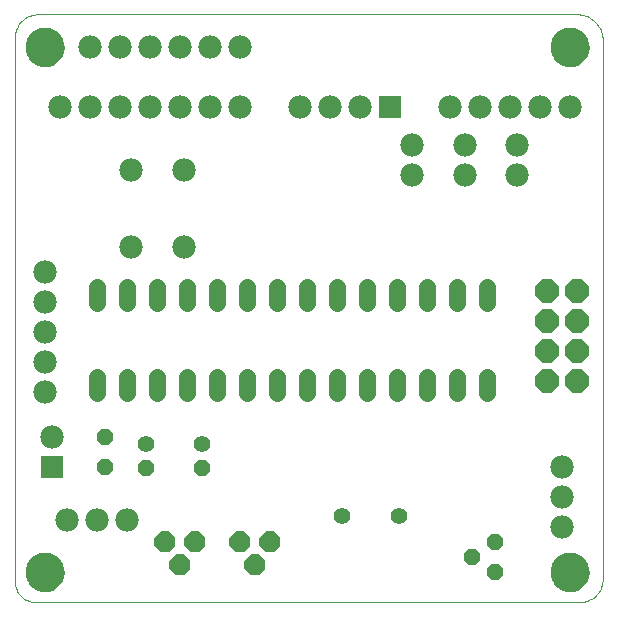
<source format=gbs>
G75*
%MOIN*%
%OFA0B0*%
%FSLAX24Y24*%
%IPPOS*%
%LPD*%
%AMOC8*
5,1,8,0,0,1.08239X$1,22.5*
%
%ADD10C,0.0000*%
%ADD11C,0.1300*%
%ADD12C,0.0560*%
%ADD13C,0.0780*%
%ADD14OC8,0.0560*%
%ADD15C,0.0560*%
%ADD16OC8,0.0780*%
%ADD17R,0.0780X0.0780*%
%ADD18OC8,0.0700*%
D10*
X000430Y000887D02*
X000430Y018999D01*
X000432Y019055D01*
X000438Y019110D01*
X000448Y019165D01*
X000462Y019219D01*
X000479Y019272D01*
X000501Y019323D01*
X000526Y019373D01*
X000554Y019421D01*
X000586Y019467D01*
X000621Y019510D01*
X000659Y019551D01*
X000700Y019589D01*
X000743Y019624D01*
X000789Y019656D01*
X000837Y019684D01*
X000887Y019709D01*
X000938Y019731D01*
X000991Y019748D01*
X001045Y019762D01*
X001100Y019772D01*
X001155Y019778D01*
X001211Y019780D01*
X019181Y019780D01*
X019237Y019778D01*
X019292Y019773D01*
X019347Y019764D01*
X019401Y019751D01*
X019454Y019735D01*
X019506Y019715D01*
X019557Y019692D01*
X019606Y019666D01*
X019653Y019637D01*
X019698Y019605D01*
X019741Y019569D01*
X019781Y019531D01*
X019819Y019491D01*
X019855Y019448D01*
X019887Y019403D01*
X019916Y019356D01*
X019942Y019307D01*
X019965Y019256D01*
X019985Y019204D01*
X020001Y019151D01*
X020014Y019097D01*
X020023Y019042D01*
X020028Y018987D01*
X020030Y018931D01*
X020030Y000961D01*
X020028Y000905D01*
X020022Y000850D01*
X020012Y000795D01*
X019998Y000741D01*
X019981Y000688D01*
X019959Y000637D01*
X019934Y000587D01*
X019906Y000539D01*
X019874Y000493D01*
X019839Y000450D01*
X019801Y000409D01*
X019760Y000371D01*
X019717Y000336D01*
X019671Y000304D01*
X019623Y000276D01*
X019573Y000251D01*
X019522Y000229D01*
X019469Y000212D01*
X019415Y000198D01*
X019360Y000188D01*
X019305Y000182D01*
X019249Y000180D01*
X001137Y000180D01*
X001087Y000182D01*
X001036Y000187D01*
X000987Y000196D01*
X000938Y000209D01*
X000890Y000225D01*
X000843Y000244D01*
X000798Y000266D01*
X000755Y000292D01*
X000713Y000321D01*
X000674Y000353D01*
X000637Y000387D01*
X000603Y000424D01*
X000571Y000463D01*
X000542Y000505D01*
X000516Y000548D01*
X000494Y000593D01*
X000475Y000640D01*
X000459Y000688D01*
X000446Y000737D01*
X000437Y000786D01*
X000432Y000837D01*
X000430Y000887D01*
X000800Y001180D02*
X000802Y001230D01*
X000808Y001280D01*
X000818Y001329D01*
X000832Y001377D01*
X000849Y001424D01*
X000870Y001469D01*
X000895Y001513D01*
X000923Y001554D01*
X000955Y001593D01*
X000989Y001630D01*
X001026Y001664D01*
X001066Y001694D01*
X001108Y001721D01*
X001152Y001745D01*
X001198Y001766D01*
X001245Y001782D01*
X001293Y001795D01*
X001343Y001804D01*
X001392Y001809D01*
X001443Y001810D01*
X001493Y001807D01*
X001542Y001800D01*
X001591Y001789D01*
X001639Y001774D01*
X001685Y001756D01*
X001730Y001734D01*
X001773Y001708D01*
X001814Y001679D01*
X001853Y001647D01*
X001889Y001612D01*
X001921Y001574D01*
X001951Y001534D01*
X001978Y001491D01*
X002001Y001447D01*
X002020Y001401D01*
X002036Y001353D01*
X002048Y001304D01*
X002056Y001255D01*
X002060Y001205D01*
X002060Y001155D01*
X002056Y001105D01*
X002048Y001056D01*
X002036Y001007D01*
X002020Y000959D01*
X002001Y000913D01*
X001978Y000869D01*
X001951Y000826D01*
X001921Y000786D01*
X001889Y000748D01*
X001853Y000713D01*
X001814Y000681D01*
X001773Y000652D01*
X001730Y000626D01*
X001685Y000604D01*
X001639Y000586D01*
X001591Y000571D01*
X001542Y000560D01*
X001493Y000553D01*
X001443Y000550D01*
X001392Y000551D01*
X001343Y000556D01*
X001293Y000565D01*
X001245Y000578D01*
X001198Y000594D01*
X001152Y000615D01*
X001108Y000639D01*
X001066Y000666D01*
X001026Y000696D01*
X000989Y000730D01*
X000955Y000767D01*
X000923Y000806D01*
X000895Y000847D01*
X000870Y000891D01*
X000849Y000936D01*
X000832Y000983D01*
X000818Y001031D01*
X000808Y001080D01*
X000802Y001130D01*
X000800Y001180D01*
X000800Y018680D02*
X000802Y018730D01*
X000808Y018780D01*
X000818Y018829D01*
X000832Y018877D01*
X000849Y018924D01*
X000870Y018969D01*
X000895Y019013D01*
X000923Y019054D01*
X000955Y019093D01*
X000989Y019130D01*
X001026Y019164D01*
X001066Y019194D01*
X001108Y019221D01*
X001152Y019245D01*
X001198Y019266D01*
X001245Y019282D01*
X001293Y019295D01*
X001343Y019304D01*
X001392Y019309D01*
X001443Y019310D01*
X001493Y019307D01*
X001542Y019300D01*
X001591Y019289D01*
X001639Y019274D01*
X001685Y019256D01*
X001730Y019234D01*
X001773Y019208D01*
X001814Y019179D01*
X001853Y019147D01*
X001889Y019112D01*
X001921Y019074D01*
X001951Y019034D01*
X001978Y018991D01*
X002001Y018947D01*
X002020Y018901D01*
X002036Y018853D01*
X002048Y018804D01*
X002056Y018755D01*
X002060Y018705D01*
X002060Y018655D01*
X002056Y018605D01*
X002048Y018556D01*
X002036Y018507D01*
X002020Y018459D01*
X002001Y018413D01*
X001978Y018369D01*
X001951Y018326D01*
X001921Y018286D01*
X001889Y018248D01*
X001853Y018213D01*
X001814Y018181D01*
X001773Y018152D01*
X001730Y018126D01*
X001685Y018104D01*
X001639Y018086D01*
X001591Y018071D01*
X001542Y018060D01*
X001493Y018053D01*
X001443Y018050D01*
X001392Y018051D01*
X001343Y018056D01*
X001293Y018065D01*
X001245Y018078D01*
X001198Y018094D01*
X001152Y018115D01*
X001108Y018139D01*
X001066Y018166D01*
X001026Y018196D01*
X000989Y018230D01*
X000955Y018267D01*
X000923Y018306D01*
X000895Y018347D01*
X000870Y018391D01*
X000849Y018436D01*
X000832Y018483D01*
X000818Y018531D01*
X000808Y018580D01*
X000802Y018630D01*
X000800Y018680D01*
X018300Y018680D02*
X018302Y018730D01*
X018308Y018780D01*
X018318Y018829D01*
X018332Y018877D01*
X018349Y018924D01*
X018370Y018969D01*
X018395Y019013D01*
X018423Y019054D01*
X018455Y019093D01*
X018489Y019130D01*
X018526Y019164D01*
X018566Y019194D01*
X018608Y019221D01*
X018652Y019245D01*
X018698Y019266D01*
X018745Y019282D01*
X018793Y019295D01*
X018843Y019304D01*
X018892Y019309D01*
X018943Y019310D01*
X018993Y019307D01*
X019042Y019300D01*
X019091Y019289D01*
X019139Y019274D01*
X019185Y019256D01*
X019230Y019234D01*
X019273Y019208D01*
X019314Y019179D01*
X019353Y019147D01*
X019389Y019112D01*
X019421Y019074D01*
X019451Y019034D01*
X019478Y018991D01*
X019501Y018947D01*
X019520Y018901D01*
X019536Y018853D01*
X019548Y018804D01*
X019556Y018755D01*
X019560Y018705D01*
X019560Y018655D01*
X019556Y018605D01*
X019548Y018556D01*
X019536Y018507D01*
X019520Y018459D01*
X019501Y018413D01*
X019478Y018369D01*
X019451Y018326D01*
X019421Y018286D01*
X019389Y018248D01*
X019353Y018213D01*
X019314Y018181D01*
X019273Y018152D01*
X019230Y018126D01*
X019185Y018104D01*
X019139Y018086D01*
X019091Y018071D01*
X019042Y018060D01*
X018993Y018053D01*
X018943Y018050D01*
X018892Y018051D01*
X018843Y018056D01*
X018793Y018065D01*
X018745Y018078D01*
X018698Y018094D01*
X018652Y018115D01*
X018608Y018139D01*
X018566Y018166D01*
X018526Y018196D01*
X018489Y018230D01*
X018455Y018267D01*
X018423Y018306D01*
X018395Y018347D01*
X018370Y018391D01*
X018349Y018436D01*
X018332Y018483D01*
X018318Y018531D01*
X018308Y018580D01*
X018302Y018630D01*
X018300Y018680D01*
X018300Y001180D02*
X018302Y001230D01*
X018308Y001280D01*
X018318Y001329D01*
X018332Y001377D01*
X018349Y001424D01*
X018370Y001469D01*
X018395Y001513D01*
X018423Y001554D01*
X018455Y001593D01*
X018489Y001630D01*
X018526Y001664D01*
X018566Y001694D01*
X018608Y001721D01*
X018652Y001745D01*
X018698Y001766D01*
X018745Y001782D01*
X018793Y001795D01*
X018843Y001804D01*
X018892Y001809D01*
X018943Y001810D01*
X018993Y001807D01*
X019042Y001800D01*
X019091Y001789D01*
X019139Y001774D01*
X019185Y001756D01*
X019230Y001734D01*
X019273Y001708D01*
X019314Y001679D01*
X019353Y001647D01*
X019389Y001612D01*
X019421Y001574D01*
X019451Y001534D01*
X019478Y001491D01*
X019501Y001447D01*
X019520Y001401D01*
X019536Y001353D01*
X019548Y001304D01*
X019556Y001255D01*
X019560Y001205D01*
X019560Y001155D01*
X019556Y001105D01*
X019548Y001056D01*
X019536Y001007D01*
X019520Y000959D01*
X019501Y000913D01*
X019478Y000869D01*
X019451Y000826D01*
X019421Y000786D01*
X019389Y000748D01*
X019353Y000713D01*
X019314Y000681D01*
X019273Y000652D01*
X019230Y000626D01*
X019185Y000604D01*
X019139Y000586D01*
X019091Y000571D01*
X019042Y000560D01*
X018993Y000553D01*
X018943Y000550D01*
X018892Y000551D01*
X018843Y000556D01*
X018793Y000565D01*
X018745Y000578D01*
X018698Y000594D01*
X018652Y000615D01*
X018608Y000639D01*
X018566Y000666D01*
X018526Y000696D01*
X018489Y000730D01*
X018455Y000767D01*
X018423Y000806D01*
X018395Y000847D01*
X018370Y000891D01*
X018349Y000936D01*
X018332Y000983D01*
X018318Y001031D01*
X018308Y001080D01*
X018302Y001130D01*
X018300Y001180D01*
D11*
X018930Y001180D03*
X001430Y001180D03*
X001430Y018680D03*
X018930Y018680D03*
D12*
X016180Y010690D02*
X016180Y010170D01*
X015180Y010170D02*
X015180Y010690D01*
X014180Y010690D02*
X014180Y010170D01*
X013180Y010170D02*
X013180Y010690D01*
X012180Y010690D02*
X012180Y010170D01*
X011180Y010170D02*
X011180Y010690D01*
X010180Y010690D02*
X010180Y010170D01*
X009180Y010170D02*
X009180Y010690D01*
X008180Y010690D02*
X008180Y010170D01*
X007180Y010170D02*
X007180Y010690D01*
X006180Y010690D02*
X006180Y010170D01*
X005180Y010170D02*
X005180Y010690D01*
X004180Y010690D02*
X004180Y010170D01*
X003180Y010170D02*
X003180Y010690D01*
X003180Y007690D02*
X003180Y007170D01*
X004180Y007170D02*
X004180Y007690D01*
X005180Y007690D02*
X005180Y007170D01*
X006180Y007170D02*
X006180Y007690D01*
X007180Y007690D02*
X007180Y007170D01*
X008180Y007170D02*
X008180Y007690D01*
X009180Y007690D02*
X009180Y007170D01*
X010180Y007170D02*
X010180Y007690D01*
X011180Y007690D02*
X011180Y007170D01*
X012180Y007170D02*
X012180Y007690D01*
X013180Y007690D02*
X013180Y007170D01*
X014180Y007170D02*
X014180Y007690D01*
X015180Y007690D02*
X015180Y007170D01*
X016180Y007170D02*
X016180Y007690D01*
D13*
X018680Y004680D03*
X018680Y003680D03*
X018680Y002680D03*
X017180Y014430D03*
X017180Y015430D03*
X016930Y016680D03*
X015930Y016680D03*
X014930Y016680D03*
X015430Y015430D03*
X015430Y014430D03*
X013680Y014430D03*
X013680Y015430D03*
X011930Y016680D03*
X010930Y016680D03*
X009930Y016680D03*
X007930Y016680D03*
X006930Y016680D03*
X005930Y016680D03*
X004930Y016680D03*
X003930Y016680D03*
X002930Y016680D03*
X001930Y016680D03*
X002930Y018680D03*
X003930Y018680D03*
X004930Y018680D03*
X005930Y018680D03*
X006930Y018680D03*
X007930Y018680D03*
X006070Y014585D03*
X004290Y014585D03*
X004290Y012025D03*
X006070Y012025D03*
X001430Y011180D03*
X001430Y010180D03*
X001430Y009180D03*
X001430Y008180D03*
X001430Y007180D03*
X001680Y005680D03*
X002180Y002930D03*
X003180Y002930D03*
X004180Y002930D03*
X017930Y016680D03*
X018930Y016680D03*
D14*
X006680Y004655D03*
X004805Y004655D03*
X003430Y004680D03*
X003430Y005680D03*
X015680Y001680D03*
X016430Y001180D03*
X016430Y002180D03*
D15*
X013255Y003055D03*
X011355Y003055D03*
X006680Y005455D03*
X004805Y005455D03*
D16*
X018180Y007555D03*
X018180Y008555D03*
X018180Y009555D03*
X018180Y010555D03*
X019180Y010555D03*
X019180Y009555D03*
X019180Y008555D03*
X019180Y007555D03*
D17*
X012930Y016680D03*
X001680Y004680D03*
D18*
X005430Y002180D03*
X005930Y001430D03*
X006430Y002180D03*
X007930Y002180D03*
X008430Y001430D03*
X008930Y002180D03*
M02*

</source>
